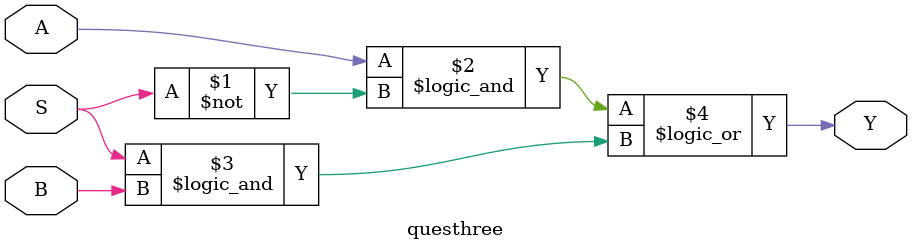
<source format=v>
module questhree(
    input A,
    input B,
    input S,
    output Y
);

assign Y = (A&&(~S)) || (S&&B);

endmodule
</source>
